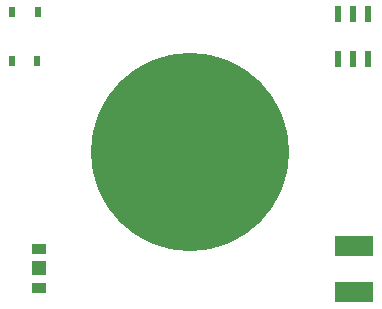
<source format=gbr>
G04 DipTrace 3.2.0.1*
G04 BottomPaste.gbr*
%MOMM*%
G04 #@! TF.FileFunction,Paste,Bot*
G04 #@! TF.Part,Single*
%AMOUTLINE5*
4,1,4,
0.27437,-0.65027,
-0.27567,-0.64973,
-0.27437,0.65027,
0.27567,0.64973,
0.27437,-0.65027,
0*%
%AMOUTLINE20*
4,1,4,
0.2536,0.44797,
0.2464,-0.45197,
-0.2536,-0.44797,
-0.2464,0.45197,
0.2536,0.44797,
0*%
%ADD42C,16.8*%
%ADD44R,1.2X0.9*%
%ADD46R,1.2X1.3*%
%ADD58R,3.2X1.7*%
%ADD65OUTLINE5*%
%ADD80OUTLINE20*%
%FSLAX35Y35*%
G04*
G71*
G90*
G75*
G01*
G04 BotPaste*
%LPD*%
D58*
X1386600Y-788110D3*
Y-1178110D3*
D65*
X1507183Y1168373D3*
X1380180Y1168497D3*
X1253180Y1168623D3*
X1506810Y791373D3*
X1379813Y791500D3*
X1252810Y791623D3*
D46*
X-1285000Y-980000D3*
D44*
Y-815000D3*
Y-1145000D3*
D42*
X0Y0D3*
D80*
X-1294163Y771647D3*
X-1509157Y773367D3*
X-1290843Y1186633D3*
X-1505837Y1188353D3*
M02*

</source>
